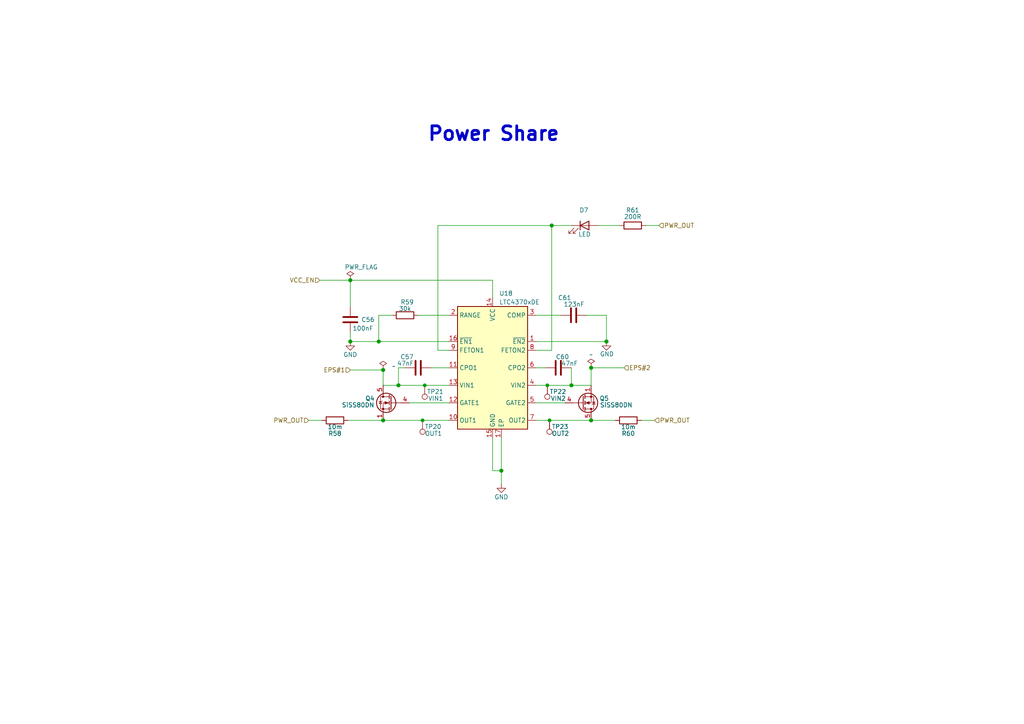
<source format=kicad_sch>
(kicad_sch (version 20211123) (generator eeschema)

  (uuid 2fea3fd4-eca3-456c-acc3-f7ff04372db3)

  (paper "A4")

  (lib_symbols
    (symbol "Connector:TestPoint" (pin_numbers hide) (pin_names (offset 0.762) hide) (in_bom yes) (on_board yes)
      (property "Reference" "TP" (id 0) (at 0 6.858 0)
        (effects (font (size 1.27 1.27)))
      )
      (property "Value" "TestPoint" (id 1) (at 0 5.08 0)
        (effects (font (size 1.27 1.27)))
      )
      (property "Footprint" "" (id 2) (at 5.08 0 0)
        (effects (font (size 1.27 1.27)) hide)
      )
      (property "Datasheet" "~" (id 3) (at 5.08 0 0)
        (effects (font (size 1.27 1.27)) hide)
      )
      (property "ki_keywords" "test point tp" (id 4) (at 0 0 0)
        (effects (font (size 1.27 1.27)) hide)
      )
      (property "ki_description" "test point" (id 5) (at 0 0 0)
        (effects (font (size 1.27 1.27)) hide)
      )
      (property "ki_fp_filters" "Pin* Test*" (id 6) (at 0 0 0)
        (effects (font (size 1.27 1.27)) hide)
      )
      (symbol "TestPoint_0_1"
        (circle (center 0 3.302) (radius 0.762)
          (stroke (width 0) (type default) (color 0 0 0 0))
          (fill (type none))
        )
      )
      (symbol "TestPoint_1_1"
        (pin passive line (at 0 0 90) (length 2.54)
          (name "1" (effects (font (size 1.27 1.27))))
          (number "1" (effects (font (size 1.27 1.27))))
        )
      )
    )
    (symbol "Device:C" (pin_numbers hide) (pin_names (offset 0.254)) (in_bom yes) (on_board yes)
      (property "Reference" "C" (id 0) (at 0.635 2.54 0)
        (effects (font (size 1.27 1.27)) (justify left))
      )
      (property "Value" "C" (id 1) (at 0.635 -2.54 0)
        (effects (font (size 1.27 1.27)) (justify left))
      )
      (property "Footprint" "" (id 2) (at 0.9652 -3.81 0)
        (effects (font (size 1.27 1.27)) hide)
      )
      (property "Datasheet" "~" (id 3) (at 0 0 0)
        (effects (font (size 1.27 1.27)) hide)
      )
      (property "ki_keywords" "cap capacitor" (id 4) (at 0 0 0)
        (effects (font (size 1.27 1.27)) hide)
      )
      (property "ki_description" "Unpolarized capacitor" (id 5) (at 0 0 0)
        (effects (font (size 1.27 1.27)) hide)
      )
      (property "ki_fp_filters" "C_*" (id 6) (at 0 0 0)
        (effects (font (size 1.27 1.27)) hide)
      )
      (symbol "C_0_1"
        (polyline
          (pts
            (xy -2.032 -0.762)
            (xy 2.032 -0.762)
          )
          (stroke (width 0.508) (type default) (color 0 0 0 0))
          (fill (type none))
        )
        (polyline
          (pts
            (xy -2.032 0.762)
            (xy 2.032 0.762)
          )
          (stroke (width 0.508) (type default) (color 0 0 0 0))
          (fill (type none))
        )
      )
      (symbol "C_1_1"
        (pin passive line (at 0 3.81 270) (length 2.794)
          (name "~" (effects (font (size 1.27 1.27))))
          (number "1" (effects (font (size 1.27 1.27))))
        )
        (pin passive line (at 0 -3.81 90) (length 2.794)
          (name "~" (effects (font (size 1.27 1.27))))
          (number "2" (effects (font (size 1.27 1.27))))
        )
      )
    )
    (symbol "Device:LED" (pin_numbers hide) (pin_names (offset 1.016) hide) (in_bom yes) (on_board yes)
      (property "Reference" "D" (id 0) (at 0 2.54 0)
        (effects (font (size 1.27 1.27)))
      )
      (property "Value" "LED" (id 1) (at 0 -2.54 0)
        (effects (font (size 1.27 1.27)))
      )
      (property "Footprint" "" (id 2) (at 0 0 0)
        (effects (font (size 1.27 1.27)) hide)
      )
      (property "Datasheet" "~" (id 3) (at 0 0 0)
        (effects (font (size 1.27 1.27)) hide)
      )
      (property "ki_keywords" "LED diode" (id 4) (at 0 0 0)
        (effects (font (size 1.27 1.27)) hide)
      )
      (property "ki_description" "Light emitting diode" (id 5) (at 0 0 0)
        (effects (font (size 1.27 1.27)) hide)
      )
      (property "ki_fp_filters" "LED* LED_SMD:* LED_THT:*" (id 6) (at 0 0 0)
        (effects (font (size 1.27 1.27)) hide)
      )
      (symbol "LED_0_1"
        (polyline
          (pts
            (xy -1.27 -1.27)
            (xy -1.27 1.27)
          )
          (stroke (width 0.254) (type default) (color 0 0 0 0))
          (fill (type none))
        )
        (polyline
          (pts
            (xy -1.27 0)
            (xy 1.27 0)
          )
          (stroke (width 0) (type default) (color 0 0 0 0))
          (fill (type none))
        )
        (polyline
          (pts
            (xy 1.27 -1.27)
            (xy 1.27 1.27)
            (xy -1.27 0)
            (xy 1.27 -1.27)
          )
          (stroke (width 0.254) (type default) (color 0 0 0 0))
          (fill (type none))
        )
        (polyline
          (pts
            (xy -3.048 -0.762)
            (xy -4.572 -2.286)
            (xy -3.81 -2.286)
            (xy -4.572 -2.286)
            (xy -4.572 -1.524)
          )
          (stroke (width 0) (type default) (color 0 0 0 0))
          (fill (type none))
        )
        (polyline
          (pts
            (xy -1.778 -0.762)
            (xy -3.302 -2.286)
            (xy -2.54 -2.286)
            (xy -3.302 -2.286)
            (xy -3.302 -1.524)
          )
          (stroke (width 0) (type default) (color 0 0 0 0))
          (fill (type none))
        )
      )
      (symbol "LED_1_1"
        (pin passive line (at -3.81 0 0) (length 2.54)
          (name "K" (effects (font (size 1.27 1.27))))
          (number "1" (effects (font (size 1.27 1.27))))
        )
        (pin passive line (at 3.81 0 180) (length 2.54)
          (name "A" (effects (font (size 1.27 1.27))))
          (number "2" (effects (font (size 1.27 1.27))))
        )
      )
    )
    (symbol "Device:R" (pin_numbers hide) (pin_names (offset 0)) (in_bom yes) (on_board yes)
      (property "Reference" "R" (id 0) (at 2.032 0 90)
        (effects (font (size 1.27 1.27)))
      )
      (property "Value" "R" (id 1) (at 0 0 90)
        (effects (font (size 1.27 1.27)))
      )
      (property "Footprint" "" (id 2) (at -1.778 0 90)
        (effects (font (size 1.27 1.27)) hide)
      )
      (property "Datasheet" "~" (id 3) (at 0 0 0)
        (effects (font (size 1.27 1.27)) hide)
      )
      (property "ki_keywords" "R res resistor" (id 4) (at 0 0 0)
        (effects (font (size 1.27 1.27)) hide)
      )
      (property "ki_description" "Resistor" (id 5) (at 0 0 0)
        (effects (font (size 1.27 1.27)) hide)
      )
      (property "ki_fp_filters" "R_*" (id 6) (at 0 0 0)
        (effects (font (size 1.27 1.27)) hide)
      )
      (symbol "R_0_1"
        (rectangle (start -1.016 -2.54) (end 1.016 2.54)
          (stroke (width 0.254) (type default) (color 0 0 0 0))
          (fill (type none))
        )
      )
      (symbol "R_1_1"
        (pin passive line (at 0 3.81 270) (length 1.27)
          (name "~" (effects (font (size 1.27 1.27))))
          (number "1" (effects (font (size 1.27 1.27))))
        )
        (pin passive line (at 0 -3.81 90) (length 1.27)
          (name "~" (effects (font (size 1.27 1.27))))
          (number "2" (effects (font (size 1.27 1.27))))
        )
      )
    )
    (symbol "Power_Management:LTC4370xDE" (in_bom yes) (on_board yes)
      (property "Reference" "U" (id 0) (at -8.89 19.05 0)
        (effects (font (size 1.27 1.27)))
      )
      (property "Value" "LTC4370xDE" (id 1) (at 7.62 19.05 0)
        (effects (font (size 1.27 1.27)))
      )
      (property "Footprint" "Package_DFN_QFN:DFN-16-1EP_3x4mm_P0.45mm_EP1.7x3.3mm" (id 2) (at 0 -22.86 0)
        (effects (font (size 1.27 1.27)) hide)
      )
      (property "Datasheet" "https://www.analog.com/media/en/technical-documentation/data-sheets/4370f.pdf" (id 3) (at 2.54 0 0)
        (effects (font (size 1.27 1.27)) hide)
      )
      (property "ki_keywords" "ideal-diode or-ing current sharing load balancing" (id 4) (at 0 0 0)
        (effects (font (size 1.27 1.27)) hide)
      )
      (property "ki_description" "OR Controller Current Sharing Controller N-Channel 2:1, DFN-16" (id 5) (at 0 0 0)
        (effects (font (size 1.27 1.27)) hide)
      )
      (property "ki_fp_filters" "DFN*1EP*3x4mm*P0.45mm*" (id 6) (at 0 0 0)
        (effects (font (size 1.27 1.27)) hide)
      )
      (symbol "LTC4370xDE_0_1"
        (rectangle (start -10.16 17.78) (end 10.16 -17.78)
          (stroke (width 0.254) (type default) (color 0 0 0 0))
          (fill (type background))
        )
      )
      (symbol "LTC4370xDE_1_1"
        (pin input line (at 12.7 7.62 180) (length 2.54)
          (name "~{EN2}" (effects (font (size 1.27 1.27))))
          (number "1" (effects (font (size 1.27 1.27))))
        )
        (pin input line (at -12.7 -15.24 0) (length 2.54)
          (name "OUT1" (effects (font (size 1.27 1.27))))
          (number "10" (effects (font (size 1.27 1.27))))
        )
        (pin passive line (at -12.7 0 0) (length 2.54)
          (name "CPO1" (effects (font (size 1.27 1.27))))
          (number "11" (effects (font (size 1.27 1.27))))
        )
        (pin output line (at -12.7 -10.16 0) (length 2.54)
          (name "GATE1" (effects (font (size 1.27 1.27))))
          (number "12" (effects (font (size 1.27 1.27))))
        )
        (pin power_in line (at -12.7 -5.08 0) (length 2.54)
          (name "VIN1" (effects (font (size 1.27 1.27))))
          (number "13" (effects (font (size 1.27 1.27))))
        )
        (pin power_in line (at 0 20.32 270) (length 2.54)
          (name "VCC" (effects (font (size 1.27 1.27))))
          (number "14" (effects (font (size 1.27 1.27))))
        )
        (pin power_in line (at 0 -20.32 90) (length 2.54)
          (name "GND" (effects (font (size 1.27 1.27))))
          (number "15" (effects (font (size 1.27 1.27))))
        )
        (pin input line (at -12.7 7.62 0) (length 2.54)
          (name "~{EN1}" (effects (font (size 1.27 1.27))))
          (number "16" (effects (font (size 1.27 1.27))))
        )
        (pin passive line (at 2.54 -20.32 90) (length 2.54)
          (name "EP" (effects (font (size 1.27 1.27))))
          (number "17" (effects (font (size 1.27 1.27))))
        )
        (pin passive line (at -12.7 15.24 0) (length 2.54)
          (name "RANGE" (effects (font (size 1.27 1.27))))
          (number "2" (effects (font (size 1.27 1.27))))
        )
        (pin passive line (at 12.7 15.24 180) (length 2.54)
          (name "COMP" (effects (font (size 1.27 1.27))))
          (number "3" (effects (font (size 1.27 1.27))))
        )
        (pin power_in line (at 12.7 -5.08 180) (length 2.54)
          (name "VIN2" (effects (font (size 1.27 1.27))))
          (number "4" (effects (font (size 1.27 1.27))))
        )
        (pin output line (at 12.7 -10.16 180) (length 2.54)
          (name "GATE2" (effects (font (size 1.27 1.27))))
          (number "5" (effects (font (size 1.27 1.27))))
        )
        (pin passive line (at 12.7 0 180) (length 2.54)
          (name "CPO2" (effects (font (size 1.27 1.27))))
          (number "6" (effects (font (size 1.27 1.27))))
        )
        (pin input line (at 12.7 -15.24 180) (length 2.54)
          (name "OUT2" (effects (font (size 1.27 1.27))))
          (number "7" (effects (font (size 1.27 1.27))))
        )
        (pin open_collector line (at 12.7 5.08 180) (length 2.54)
          (name "FETON2" (effects (font (size 1.27 1.27))))
          (number "8" (effects (font (size 1.27 1.27))))
        )
        (pin open_collector line (at -12.7 5.08 0) (length 2.54)
          (name "FETON1" (effects (font (size 1.27 1.27))))
          (number "9" (effects (font (size 1.27 1.27))))
        )
      )
    )
    (symbol "Transistor_FET:SiS454DN" (pin_names hide) (in_bom yes) (on_board yes)
      (property "Reference" "Q" (id 0) (at 5.08 1.905 0)
        (effects (font (size 1.27 1.27)) (justify left))
      )
      (property "Value" "SiS454DN" (id 1) (at 5.08 0 0)
        (effects (font (size 1.27 1.27)) (justify left))
      )
      (property "Footprint" "Package_SO:Vishay_PowerPAK_1212-8_Single" (id 2) (at 5.08 -1.905 0)
        (effects (font (size 1.27 1.27) italic) (justify left) hide)
      )
      (property "Datasheet" "https://www.vishay.com/docs/66707/sis454dn.pdf" (id 3) (at 0 0 0)
        (effects (font (size 1.27 1.27)) (justify left) hide)
      )
      (property "ki_keywords" "N-Channel MOSFET" (id 4) (at 0 0 0)
        (effects (font (size 1.27 1.27)) hide)
      )
      (property "ki_description" "35A Id, 20V Vds, N-Channel MOSFET, PowerPAK 1212-8 Single" (id 5) (at 0 0 0)
        (effects (font (size 1.27 1.27)) hide)
      )
      (property "ki_fp_filters" "Vishay*PowerPAK*1212*Single*" (id 6) (at 0 0 0)
        (effects (font (size 1.27 1.27)) hide)
      )
      (symbol "SiS454DN_0_1"
        (polyline
          (pts
            (xy 0.254 0)
            (xy -2.54 0)
          )
          (stroke (width 0) (type default) (color 0 0 0 0))
          (fill (type none))
        )
        (polyline
          (pts
            (xy 0.254 1.905)
            (xy 0.254 -1.905)
          )
          (stroke (width 0.254) (type default) (color 0 0 0 0))
          (fill (type none))
        )
        (polyline
          (pts
            (xy 0.762 -1.27)
            (xy 0.762 -2.286)
          )
          (stroke (width 0.254) (type default) (color 0 0 0 0))
          (fill (type none))
        )
        (polyline
          (pts
            (xy 0.762 0.508)
            (xy 0.762 -0.508)
          )
          (stroke (width 0.254) (type default) (color 0 0 0 0))
          (fill (type none))
        )
        (polyline
          (pts
            (xy 0.762 2.286)
            (xy 0.762 1.27)
          )
          (stroke (width 0.254) (type default) (color 0 0 0 0))
          (fill (type none))
        )
        (polyline
          (pts
            (xy 2.54 2.54)
            (xy 2.54 1.778)
          )
          (stroke (width 0) (type default) (color 0 0 0 0))
          (fill (type none))
        )
        (polyline
          (pts
            (xy 2.54 -2.54)
            (xy 2.54 0)
            (xy 0.762 0)
          )
          (stroke (width 0) (type default) (color 0 0 0 0))
          (fill (type none))
        )
        (polyline
          (pts
            (xy 0.762 -1.778)
            (xy 3.302 -1.778)
            (xy 3.302 1.778)
            (xy 0.762 1.778)
          )
          (stroke (width 0) (type default) (color 0 0 0 0))
          (fill (type none))
        )
        (polyline
          (pts
            (xy 1.016 0)
            (xy 2.032 0.381)
            (xy 2.032 -0.381)
            (xy 1.016 0)
          )
          (stroke (width 0) (type default) (color 0 0 0 0))
          (fill (type outline))
        )
        (polyline
          (pts
            (xy 2.794 0.508)
            (xy 2.921 0.381)
            (xy 3.683 0.381)
            (xy 3.81 0.254)
          )
          (stroke (width 0) (type default) (color 0 0 0 0))
          (fill (type none))
        )
        (polyline
          (pts
            (xy 3.302 0.381)
            (xy 2.921 -0.254)
            (xy 3.683 -0.254)
            (xy 3.302 0.381)
          )
          (stroke (width 0) (type default) (color 0 0 0 0))
          (fill (type none))
        )
        (circle (center 1.651 0) (radius 2.794)
          (stroke (width 0.254) (type default) (color 0 0 0 0))
          (fill (type none))
        )
        (circle (center 2.54 -1.778) (radius 0.254)
          (stroke (width 0) (type default) (color 0 0 0 0))
          (fill (type outline))
        )
        (circle (center 2.54 1.778) (radius 0.254)
          (stroke (width 0) (type default) (color 0 0 0 0))
          (fill (type outline))
        )
      )
      (symbol "SiS454DN_1_1"
        (pin passive line (at 2.54 -5.08 90) (length 2.54)
          (name "S" (effects (font (size 1.27 1.27))))
          (number "1" (effects (font (size 1.27 1.27))))
        )
        (pin passive line (at 2.54 -5.08 90) (length 2.54) hide
          (name "S" (effects (font (size 1.27 1.27))))
          (number "2" (effects (font (size 1.27 1.27))))
        )
        (pin passive line (at 2.54 -5.08 90) (length 2.54) hide
          (name "S" (effects (font (size 1.27 1.27))))
          (number "3" (effects (font (size 1.27 1.27))))
        )
        (pin input line (at -5.08 0 0) (length 2.54)
          (name "G" (effects (font (size 1.27 1.27))))
          (number "4" (effects (font (size 1.27 1.27))))
        )
        (pin passive line (at 2.54 5.08 270) (length 2.54)
          (name "D" (effects (font (size 1.27 1.27))))
          (number "5" (effects (font (size 1.27 1.27))))
        )
      )
    )
    (symbol "power:GND" (power) (pin_names (offset 0)) (in_bom yes) (on_board yes)
      (property "Reference" "#PWR" (id 0) (at 0 -6.35 0)
        (effects (font (size 1.27 1.27)) hide)
      )
      (property "Value" "GND" (id 1) (at 0 -3.81 0)
        (effects (font (size 1.27 1.27)))
      )
      (property "Footprint" "" (id 2) (at 0 0 0)
        (effects (font (size 1.27 1.27)) hide)
      )
      (property "Datasheet" "" (id 3) (at 0 0 0)
        (effects (font (size 1.27 1.27)) hide)
      )
      (property "ki_keywords" "power-flag" (id 4) (at 0 0 0)
        (effects (font (size 1.27 1.27)) hide)
      )
      (property "ki_description" "Power symbol creates a global label with name \"GND\" , ground" (id 5) (at 0 0 0)
        (effects (font (size 1.27 1.27)) hide)
      )
      (symbol "GND_0_1"
        (polyline
          (pts
            (xy 0 0)
            (xy 0 -1.27)
            (xy 1.27 -1.27)
            (xy 0 -2.54)
            (xy -1.27 -1.27)
            (xy 0 -1.27)
          )
          (stroke (width 0) (type default) (color 0 0 0 0))
          (fill (type none))
        )
      )
      (symbol "GND_1_1"
        (pin power_in line (at 0 0 270) (length 0) hide
          (name "GND" (effects (font (size 1.27 1.27))))
          (number "1" (effects (font (size 1.27 1.27))))
        )
      )
    )
    (symbol "power:PWR_FLAG" (power) (pin_numbers hide) (pin_names (offset 0) hide) (in_bom yes) (on_board yes)
      (property "Reference" "#FLG" (id 0) (at 0 1.905 0)
        (effects (font (size 1.27 1.27)) hide)
      )
      (property "Value" "PWR_FLAG" (id 1) (at 0 3.81 0)
        (effects (font (size 1.27 1.27)))
      )
      (property "Footprint" "" (id 2) (at 0 0 0)
        (effects (font (size 1.27 1.27)) hide)
      )
      (property "Datasheet" "~" (id 3) (at 0 0 0)
        (effects (font (size 1.27 1.27)) hide)
      )
      (property "ki_keywords" "power-flag" (id 4) (at 0 0 0)
        (effects (font (size 1.27 1.27)) hide)
      )
      (property "ki_description" "Special symbol for telling ERC where power comes from" (id 5) (at 0 0 0)
        (effects (font (size 1.27 1.27)) hide)
      )
      (symbol "PWR_FLAG_0_0"
        (pin power_out line (at 0 0 90) (length 0)
          (name "pwr" (effects (font (size 1.27 1.27))))
          (number "1" (effects (font (size 1.27 1.27))))
        )
      )
      (symbol "PWR_FLAG_0_1"
        (polyline
          (pts
            (xy 0 0)
            (xy 0 1.27)
            (xy -1.016 1.905)
            (xy 0 2.54)
            (xy 1.016 1.905)
            (xy 0 1.27)
          )
          (stroke (width 0) (type default) (color 0 0 0 0))
          (fill (type none))
        )
      )
    )
  )

  (junction (at 159.385 121.92) (diameter 0) (color 0 0 0 0)
    (uuid 08278bf4-f6e9-44ff-9adf-6e32e38a8a34)
  )
  (junction (at 101.6 99.06) (diameter 1.016) (color 0 0 0 0)
    (uuid 17ae423f-6f17-4fd2-aea5-d3d8c77fc776)
  )
  (junction (at 111.125 121.92) (diameter 1.016) (color 0 0 0 0)
    (uuid 1865e3cc-eab3-47af-9960-88cfba1e9259)
  )
  (junction (at 115.57 111.76) (diameter 1.016) (color 0 0 0 0)
    (uuid 557bb52d-e17c-47df-b43b-bdb1b2282920)
  )
  (junction (at 111.125 107.315) (diameter 1.016) (color 0 0 0 0)
    (uuid 7b5f62e2-70ca-4758-b159-c85e71374ff8)
  )
  (junction (at 109.855 99.06) (diameter 1.016) (color 0 0 0 0)
    (uuid 7e9e8112-44fc-4216-ac01-88d07c366d80)
  )
  (junction (at 158.75 111.76) (diameter 0) (color 0 0 0 0)
    (uuid b226a041-a7ec-42f9-8871-339a0bba8fd1)
  )
  (junction (at 123.19 111.76) (diameter 0) (color 0 0 0 0)
    (uuid bf81f6e2-ffb3-4e72-80b1-c468caaf1da9)
  )
  (junction (at 171.45 106.68) (diameter 1.016) (color 0 0 0 0)
    (uuid c1138cb6-aa60-4fae-9b51-8c58b8d505bb)
  )
  (junction (at 122.555 121.92) (diameter 0) (color 0 0 0 0)
    (uuid c7efea67-c5c9-4d4c-a7dc-1bcddab8c606)
  )
  (junction (at 101.6 81.28) (diameter 1.016) (color 0 0 0 0)
    (uuid cba8ab97-0377-43bd-bef7-6314ce99d4ae)
  )
  (junction (at 145.415 136.525) (diameter 1.016) (color 0 0 0 0)
    (uuid ce052e62-9895-4eaf-b763-02bb1f2f2fc0)
  )
  (junction (at 175.895 99.06) (diameter 1.016) (color 0 0 0 0)
    (uuid d4cd87e2-b977-4912-8c02-b958c3339182)
  )
  (junction (at 165.735 111.76) (diameter 1.016) (color 0 0 0 0)
    (uuid e2cf0e60-d46d-43a0-8c43-11f95b75bd32)
  )
  (junction (at 160.02 65.405) (diameter 1.016) (color 0 0 0 0)
    (uuid eacb8113-e0ce-4580-bfb3-1a131027d34b)
  )
  (junction (at 171.45 121.92) (diameter 1.016) (color 0 0 0 0)
    (uuid f3ba663e-8563-4c48-a8cc-72c18d8d96e8)
  )

  (wire (pts (xy 122.555 121.92) (xy 130.175 121.92))
    (stroke (width 0) (type solid) (color 0 0 0 0))
    (uuid 11acf68e-b267-4635-86b8-6f03c2c91aff)
  )
  (wire (pts (xy 101.6 96.52) (xy 101.6 99.06))
    (stroke (width 0) (type solid) (color 0 0 0 0))
    (uuid 15300c78-cac1-4acf-a248-1aea9c2f046d)
  )
  (wire (pts (xy 159.385 121.92) (xy 171.45 121.92))
    (stroke (width 0) (type solid) (color 0 0 0 0))
    (uuid 2a66cc3a-c090-4ce0-a61f-f7e30ae6a985)
  )
  (wire (pts (xy 155.575 106.68) (xy 158.115 106.68))
    (stroke (width 0) (type solid) (color 0 0 0 0))
    (uuid 321c3fc1-b22a-4f81-8032-1403298881b3)
  )
  (wire (pts (xy 165.735 106.68) (xy 165.735 111.76))
    (stroke (width 0) (type solid) (color 0 0 0 0))
    (uuid 358ae2b4-d39f-4313-8e8c-470a49c25681)
  )
  (wire (pts (xy 145.415 127) (xy 145.415 136.525))
    (stroke (width 0) (type solid) (color 0 0 0 0))
    (uuid 3a1f31d4-33bc-4227-ab03-87b9ec2cbe94)
  )
  (wire (pts (xy 145.415 136.525) (xy 145.415 140.335))
    (stroke (width 0) (type solid) (color 0 0 0 0))
    (uuid 3a1f31d4-33bc-4227-ab03-87b9ec2cbe95)
  )
  (wire (pts (xy 142.875 127) (xy 142.875 136.525))
    (stroke (width 0) (type solid) (color 0 0 0 0))
    (uuid 3b4a9caa-dc7b-4e2e-b2b0-90e7a81fe3fb)
  )
  (wire (pts (xy 115.57 106.68) (xy 115.57 111.76))
    (stroke (width 0) (type solid) (color 0 0 0 0))
    (uuid 43a23b2b-f932-4397-9c49-6a5c30c97413)
  )
  (wire (pts (xy 123.19 111.76) (xy 130.175 111.76))
    (stroke (width 0) (type solid) (color 0 0 0 0))
    (uuid 4d271c30-63f0-4082-8f97-4aaca832b92e)
  )
  (wire (pts (xy 127 101.6) (xy 127 65.405))
    (stroke (width 0) (type solid) (color 0 0 0 0))
    (uuid 5a5180e7-058f-4bb5-b0b4-ba1588e8a909)
  )
  (wire (pts (xy 130.175 101.6) (xy 127 101.6))
    (stroke (width 0) (type solid) (color 0 0 0 0))
    (uuid 5a5180e7-058f-4bb5-b0b4-ba1588e8a90a)
  )
  (wire (pts (xy 100.965 121.92) (xy 111.125 121.92))
    (stroke (width 0) (type solid) (color 0 0 0 0))
    (uuid 5c6c1697-d2e0-4a82-99b3-7a618c8827c3)
  )
  (wire (pts (xy 111.125 121.92) (xy 122.555 121.92))
    (stroke (width 0) (type solid) (color 0 0 0 0))
    (uuid 5c6c1697-d2e0-4a82-99b3-7a618c8827c4)
  )
  (wire (pts (xy 155.575 91.44) (xy 162.56 91.44))
    (stroke (width 0) (type solid) (color 0 0 0 0))
    (uuid 5daf77da-b4e9-4deb-a921-8bcf8f87a599)
  )
  (wire (pts (xy 173.355 65.405) (xy 179.705 65.405))
    (stroke (width 0) (type solid) (color 0 0 0 0))
    (uuid 5f7b8b2a-566c-49be-a5f6-0f2ec6835f49)
  )
  (wire (pts (xy 125.095 106.68) (xy 130.175 106.68))
    (stroke (width 0) (type solid) (color 0 0 0 0))
    (uuid 6e5cbb8d-b7f7-4819-b76c-658f0b1d3cfd)
  )
  (wire (pts (xy 101.6 81.28) (xy 142.875 81.28))
    (stroke (width 0) (type solid) (color 0 0 0 0))
    (uuid 82d80e64-058a-4fbe-bd4a-161d76b6630c)
  )
  (wire (pts (xy 101.6 88.9) (xy 101.6 81.28))
    (stroke (width 0) (type solid) (color 0 0 0 0))
    (uuid 82d80e64-058a-4fbe-bd4a-161d76b6630d)
  )
  (wire (pts (xy 186.055 121.92) (xy 189.865 121.92))
    (stroke (width 0) (type solid) (color 0 0 0 0))
    (uuid 8ef31014-c534-4826-8fee-a20c34bc77de)
  )
  (wire (pts (xy 165.735 65.405) (xy 160.02 65.405))
    (stroke (width 0) (type solid) (color 0 0 0 0))
    (uuid 9353fa21-7e96-4086-b175-fb2a1e911709)
  )
  (wire (pts (xy 121.285 91.44) (xy 130.175 91.44))
    (stroke (width 0) (type solid) (color 0 0 0 0))
    (uuid 93863061-216d-41c3-9afc-e391c40acd06)
  )
  (wire (pts (xy 180.975 106.68) (xy 171.45 106.68))
    (stroke (width 0) (type solid) (color 0 0 0 0))
    (uuid 99755dbb-9003-4bba-893a-d14708584fcf)
  )
  (wire (pts (xy 101.6 99.06) (xy 109.855 99.06))
    (stroke (width 0) (type solid) (color 0 0 0 0))
    (uuid 9979c2aa-e757-491a-8c78-340bc08424f0)
  )
  (wire (pts (xy 142.875 136.525) (xy 145.415 136.525))
    (stroke (width 0) (type solid) (color 0 0 0 0))
    (uuid 9d76852f-8a6b-42ef-a9dc-e7e4f3b042cb)
  )
  (wire (pts (xy 109.855 91.44) (xy 109.855 99.06))
    (stroke (width 0) (type solid) (color 0 0 0 0))
    (uuid a37118e8-d843-457a-a79f-f277e827b176)
  )
  (wire (pts (xy 109.855 99.06) (xy 130.175 99.06))
    (stroke (width 0) (type solid) (color 0 0 0 0))
    (uuid a37118e8-d843-457a-a79f-f277e827b177)
  )
  (wire (pts (xy 113.665 91.44) (xy 109.855 91.44))
    (stroke (width 0) (type solid) (color 0 0 0 0))
    (uuid a37118e8-d843-457a-a79f-f277e827b178)
  )
  (wire (pts (xy 187.325 65.405) (xy 191.135 65.405))
    (stroke (width 0) (type solid) (color 0 0 0 0))
    (uuid ab05231b-ad2a-4d83-a20f-22d728d44de6)
  )
  (wire (pts (xy 111.125 107.315) (xy 111.125 111.76))
    (stroke (width 0) (type solid) (color 0 0 0 0))
    (uuid acf55831-8b38-46a4-8c4a-0d417568a7d8)
  )
  (wire (pts (xy 142.875 86.36) (xy 142.875 81.28))
    (stroke (width 0) (type solid) (color 0 0 0 0))
    (uuid b14f2a9a-d3bb-4e86-b583-08285da827ee)
  )
  (wire (pts (xy 155.575 99.06) (xy 175.895 99.06))
    (stroke (width 0) (type solid) (color 0 0 0 0))
    (uuid b292fb52-6cf0-46cc-9b93-016425ff7080)
  )
  (wire (pts (xy 117.475 106.68) (xy 115.57 106.68))
    (stroke (width 0) (type solid) (color 0 0 0 0))
    (uuid b2ca5036-395e-44a5-ad45-e3edad20198a)
  )
  (wire (pts (xy 118.745 116.84) (xy 130.175 116.84))
    (stroke (width 0) (type solid) (color 0 0 0 0))
    (uuid bd949ea8-5a40-473d-be33-cfbdfe83f36f)
  )
  (wire (pts (xy 170.18 91.44) (xy 175.895 91.44))
    (stroke (width 0) (type solid) (color 0 0 0 0))
    (uuid c3eae586-c7fc-4357-acc6-9fa53de3fa71)
  )
  (wire (pts (xy 175.895 91.44) (xy 175.895 99.06))
    (stroke (width 0) (type solid) (color 0 0 0 0))
    (uuid c3eae586-c7fc-4357-acc6-9fa53de3fa72)
  )
  (wire (pts (xy 101.6 107.315) (xy 111.125 107.315))
    (stroke (width 0) (type solid) (color 0 0 0 0))
    (uuid c50d297c-c1bd-405c-8309-919ea05d2f65)
  )
  (wire (pts (xy 93.345 121.92) (xy 89.535 121.92))
    (stroke (width 0) (type solid) (color 0 0 0 0))
    (uuid c54615ad-d7cf-4160-92f4-49ea5a14b8f6)
  )
  (wire (pts (xy 111.125 111.76) (xy 115.57 111.76))
    (stroke (width 0) (type solid) (color 0 0 0 0))
    (uuid d7ab8398-447c-43b1-b3bc-83ace0a24285)
  )
  (wire (pts (xy 115.57 111.76) (xy 123.19 111.76))
    (stroke (width 0) (type solid) (color 0 0 0 0))
    (uuid d7ab8398-447c-43b1-b3bc-83ace0a24286)
  )
  (wire (pts (xy 155.575 101.6) (xy 160.02 101.6))
    (stroke (width 0) (type solid) (color 0 0 0 0))
    (uuid db0662e3-a04a-464a-8087-6a6fd89d6467)
  )
  (wire (pts (xy 160.02 65.405) (xy 127 65.405))
    (stroke (width 0) (type solid) (color 0 0 0 0))
    (uuid db0662e3-a04a-464a-8087-6a6fd89d6468)
  )
  (wire (pts (xy 160.02 101.6) (xy 160.02 65.405))
    (stroke (width 0) (type solid) (color 0 0 0 0))
    (uuid db0662e3-a04a-464a-8087-6a6fd89d6469)
  )
  (wire (pts (xy 155.575 111.76) (xy 158.75 111.76))
    (stroke (width 0) (type solid) (color 0 0 0 0))
    (uuid e002972f-c1db-4644-85c4-55672037a657)
  )
  (wire (pts (xy 165.735 111.76) (xy 171.45 111.76))
    (stroke (width 0) (type solid) (color 0 0 0 0))
    (uuid e002972f-c1db-4644-85c4-55672037a658)
  )
  (wire (pts (xy 92.71 81.28) (xy 101.6 81.28))
    (stroke (width 0) (type solid) (color 0 0 0 0))
    (uuid e34d454f-c60d-42a3-a151-2103ea267148)
  )
  (wire (pts (xy 171.45 106.68) (xy 171.45 111.76))
    (stroke (width 0) (type solid) (color 0 0 0 0))
    (uuid ebc26132-88d1-40c0-abf8-0cd245ef422b)
  )
  (wire (pts (xy 155.575 116.84) (xy 163.83 116.84))
    (stroke (width 0) (type solid) (color 0 0 0 0))
    (uuid ed4495a5-66e2-48b5-9929-b91130bf244e)
  )
  (wire (pts (xy 155.575 121.92) (xy 159.385 121.92))
    (stroke (width 0) (type solid) (color 0 0 0 0))
    (uuid fa55f18e-7f67-4861-bd6e-e6bb153ea2cb)
  )
  (wire (pts (xy 171.45 121.92) (xy 178.435 121.92))
    (stroke (width 0) (type solid) (color 0 0 0 0))
    (uuid fa55f18e-7f67-4861-bd6e-e6bb153ea2cc)
  )
  (wire (pts (xy 158.75 111.76) (xy 165.735 111.76))
    (stroke (width 0) (type solid) (color 0 0 0 0))
    (uuid fcb4d5e4-47ec-4be4-9a81-c261c8e6d062)
  )

  (text "Power Share" (at 123.825 41.275 0)
    (effects (font (size 4 4) (thickness 0.8) bold) (justify left bottom))
    (uuid f12f9177-daaa-4d26-9876-f2af60b27492)
  )

  (hierarchical_label "VCC_EN" (shape input) (at 92.71 81.28 180)
    (effects (font (size 1.27 1.27)) (justify right))
    (uuid 01531d62-ea5b-4514-b251-4e14eb2294a5)
  )
  (hierarchical_label "PWR_OUT" (shape input) (at 89.535 121.92 180)
    (effects (font (size 1.27 1.27)) (justify right))
    (uuid 32f2ea97-3b5d-4b13-b59c-d470bb5f701e)
  )
  (hierarchical_label "PWR_OUT" (shape input) (at 189.865 121.92 0)
    (effects (font (size 1.27 1.27)) (justify left))
    (uuid 42b803df-e3e3-47f1-abf1-d1243ccbb9e2)
  )
  (hierarchical_label "PWR_OUT" (shape input) (at 191.135 65.405 0)
    (effects (font (size 1.27 1.27)) (justify left))
    (uuid b609a8d0-0802-4762-9183-f4da6101cc9b)
  )
  (hierarchical_label "EPS#2" (shape input) (at 180.975 106.68 0)
    (effects (font (size 1.27 1.27)) (justify left))
    (uuid c46bc12c-424d-421c-b02f-6d8c1cbb65c2)
  )
  (hierarchical_label "EPS#1" (shape input) (at 101.6 107.315 180)
    (effects (font (size 1.27 1.27)) (justify right))
    (uuid d92476d0-9759-4944-99bd-7c11a2528abb)
  )

  (symbol (lib_id "Transistor_FET:SiS454DN") (at 113.665 116.84 0) (mirror y)
    (in_bom yes) (on_board yes)
    (uuid 1231c43f-14ca-47cc-9675-e5654a66914e)
    (property "Reference" "Q4" (id 0) (at 107.315 115.57 0))
    (property "Value" "SiSS80DN" (id 1) (at 108.585 117.475 0)
      (effects (font (size 1.27 1.27)) (justify left))
    )
    (property "Footprint" "Package_SO:Vishay_PowerPAK_1212-8_Single" (id 2) (at 108.585 118.745 0)
      (effects (font (size 1.27 1.27) italic) (justify left) hide)
    )
    (property "Datasheet" "https://www.vishay.com/docs/66707/sis454dn.pdf" (id 3) (at 113.665 116.84 0)
      (effects (font (size 1.27 1.27)) (justify left) hide)
    )
    (pin "1" (uuid 44bc5832-053e-418c-881c-29fee48e7b81))
    (pin "2" (uuid b9eb8bdd-2d5e-43b5-a1d2-7234d0e22a48))
    (pin "3" (uuid a143eee7-36e4-4513-899e-68801f936d74))
    (pin "4" (uuid bbd01e7b-2b1f-405e-863c-19a7db076e73))
    (pin "5" (uuid 435bbab1-1502-405d-a6dd-79d0841cd662))
  )

  (symbol (lib_id "Transistor_FET:SiS454DN") (at 168.91 116.84 0) (mirror x)
    (in_bom yes) (on_board yes)
    (uuid 17ddf7e8-eb96-4a18-9066-e11ac3a15cf4)
    (property "Reference" "Q5" (id 0) (at 175.26 115.57 0))
    (property "Value" "SiSS80DN" (id 1) (at 173.99 117.475 0)
      (effects (font (size 1.27 1.27)) (justify left))
    )
    (property "Footprint" "Package_SO:Vishay_PowerPAK_1212-8_Single" (id 2) (at 173.99 114.935 0)
      (effects (font (size 1.27 1.27) italic) (justify left) hide)
    )
    (property "Datasheet" "https://www.vishay.com/docs/66707/sis454dn.pdf" (id 3) (at 168.91 116.84 0)
      (effects (font (size 1.27 1.27)) (justify left) hide)
    )
    (pin "1" (uuid 8b2905cd-6fb7-4442-8990-2741199458cd))
    (pin "2" (uuid b5569d73-0f9c-4a4a-8516-d05cc00134d6))
    (pin "3" (uuid 05c9a1d7-5317-495d-8a84-66f86a0501b0))
    (pin "4" (uuid 4fb88fa6-a5b9-4ef9-9e4a-079336b252de))
    (pin "5" (uuid b2606725-5817-4b4f-bbb6-aef61bc922d2))
  )

  (symbol (lib_id "Device:R") (at 117.475 91.44 90)
    (in_bom yes) (on_board yes)
    (uuid 192c29fe-4174-40bd-a33c-5a56fe839628)
    (property "Reference" "R59" (id 0) (at 118.11 87.63 90))
    (property "Value" "30k" (id 1) (at 117.475 89.535 90))
    (property "Footprint" "Resistor_SMD:R_0603_1608Metric" (id 2) (at 117.475 93.218 90)
      (effects (font (size 1.27 1.27)) hide)
    )
    (property "Datasheet" "~" (id 3) (at 117.475 91.44 0)
      (effects (font (size 1.27 1.27)) hide)
    )
    (pin "1" (uuid 8725755b-f694-4a2f-887b-6a2d2309295f))
    (pin "2" (uuid 2982ebac-034f-4118-a272-f8166ed73bfc))
  )

  (symbol (lib_id "Device:C") (at 166.37 91.44 90)
    (in_bom yes) (on_board yes)
    (uuid 1a676e0a-4012-4c1c-9ef1-562c2faae053)
    (property "Reference" "C61" (id 0) (at 165.7349 86.36 90)
      (effects (font (size 1.27 1.27)) (justify left))
    )
    (property "Value" "123nF" (id 1) (at 169.545 88.265 90)
      (effects (font (size 1.27 1.27)) (justify left))
    )
    (property "Footprint" "Capacitor_SMD:C_0603_1608Metric" (id 2) (at 170.18 90.4748 0)
      (effects (font (size 1.27 1.27)) hide)
    )
    (property "Datasheet" "~" (id 3) (at 166.37 91.44 0)
      (effects (font (size 1.27 1.27)) hide)
    )
    (pin "1" (uuid 569428b6-6b89-453c-a7e3-00a314ffeb05))
    (pin "2" (uuid c01e21ae-a884-45e9-b1c4-c6b9c91c8ef1))
  )

  (symbol (lib_id "Connector:TestPoint") (at 159.385 121.92 180)
    (in_bom yes) (on_board yes)
    (uuid 304f25fe-e38d-4377-b8f1-26289354f05c)
    (property "Reference" "TP23" (id 0) (at 160.02 123.7614 0)
      (effects (font (size 1.27 1.27)) (justify right))
    )
    (property "Value" "OUT2" (id 1) (at 162.56 125.73 0))
    (property "Footprint" "" (id 2) (at 154.305 121.92 0)
      (effects (font (size 1.27 1.27)) hide)
    )
    (property "Datasheet" "~" (id 3) (at 154.305 121.92 0)
      (effects (font (size 1.27 1.27)) hide)
    )
    (pin "1" (uuid 358414db-7f31-4504-a43d-29c53be1cc33))
  )

  (symbol (lib_id "Device:C") (at 101.6 92.71 0)
    (in_bom yes) (on_board yes)
    (uuid 3ae5819c-1841-4d9f-b404-6f1058ae3a5f)
    (property "Reference" "C56" (id 0) (at 104.775 92.7099 0)
      (effects (font (size 1.27 1.27)) (justify left))
    )
    (property "Value" "100nF" (id 1) (at 102.235 95.25 0)
      (effects (font (size 1.27 1.27)) (justify left))
    )
    (property "Footprint" "Capacitor_SMD:C_0603_1608Metric" (id 2) (at 102.5652 96.52 0)
      (effects (font (size 1.27 1.27)) hide)
    )
    (property "Datasheet" "~" (id 3) (at 101.6 92.71 0)
      (effects (font (size 1.27 1.27)) hide)
    )
    (pin "1" (uuid e9c5edea-5a0a-4745-9e80-06955b088c82))
    (pin "2" (uuid db4e97fb-f3bf-47e9-8d69-566d33c4b080))
  )

  (symbol (lib_id "Device:R") (at 183.515 65.405 90)
    (in_bom yes) (on_board yes)
    (uuid 441d5e74-e8de-413e-8e56-906f5a5e6c53)
    (property "Reference" "R61" (id 0) (at 183.515 60.96 90))
    (property "Value" "200R" (id 1) (at 183.515 62.865 90))
    (property "Footprint" "Inductor_SMD:L_0603_1608Metric" (id 2) (at 183.515 67.183 90)
      (effects (font (size 1.27 1.27)) hide)
    )
    (property "Datasheet" "~" (id 3) (at 183.515 65.405 0)
      (effects (font (size 1.27 1.27)) hide)
    )
    (pin "1" (uuid 44acb54c-aef3-4955-9bfb-226f108adaca))
    (pin "2" (uuid 290d39a1-878e-4b3a-b8a2-66f72bdaf90c))
  )

  (symbol (lib_id "Connector:TestPoint") (at 122.555 121.92 180)
    (in_bom yes) (on_board yes)
    (uuid 4be1be59-191f-4e68-88ec-9dc9ef6dd51c)
    (property "Reference" "TP20" (id 0) (at 123.19 123.7614 0)
      (effects (font (size 1.27 1.27)) (justify right))
    )
    (property "Value" "OUT1" (id 1) (at 125.73 125.73 0))
    (property "Footprint" "" (id 2) (at 117.475 121.92 0)
      (effects (font (size 1.27 1.27)) hide)
    )
    (property "Datasheet" "~" (id 3) (at 117.475 121.92 0)
      (effects (font (size 1.27 1.27)) hide)
    )
    (pin "1" (uuid f14bb4ef-adf9-49ab-b66a-2279de964e58))
  )

  (symbol (lib_id "power:GND") (at 101.6 99.06 0)
    (in_bom yes) (on_board yes) (fields_autoplaced)
    (uuid 53e26ade-bd9c-4446-97fa-2670d06dcf2a)
    (property "Reference" "#PWR0193" (id 0) (at 101.6 105.41 0)
      (effects (font (size 1.27 1.27)) hide)
    )
    (property "Value" "GND" (id 1) (at 101.6 102.87 0))
    (property "Footprint" "" (id 2) (at 101.6 99.06 0)
      (effects (font (size 1.27 1.27)) hide)
    )
    (property "Datasheet" "" (id 3) (at 101.6 99.06 0)
      (effects (font (size 1.27 1.27)) hide)
    )
    (pin "1" (uuid 301e46f8-986b-4ee7-a186-8a726ddb27d6))
  )

  (symbol (lib_id "power:PWR_FLAG") (at 101.6 81.28 0)
    (in_bom yes) (on_board yes)
    (uuid 71b2073a-7077-427a-8045-1bf51c525599)
    (property "Reference" "#FLG0108" (id 0) (at 101.6 79.375 0)
      (effects (font (size 1.27 1.27)) hide)
    )
    (property "Value" "PWR_FLAG" (id 1) (at 104.775 77.47 0))
    (property "Footprint" "" (id 2) (at 101.6 81.28 0)
      (effects (font (size 1.27 1.27)) hide)
    )
    (property "Datasheet" "~" (id 3) (at 101.6 81.28 0)
      (effects (font (size 1.27 1.27)) hide)
    )
    (pin "1" (uuid 4a86ef53-4bf3-4943-b88b-4adc3c065b6a))
  )

  (symbol (lib_id "Device:R") (at 97.155 121.92 90)
    (in_bom yes) (on_board yes)
    (uuid 7668c40f-9ef7-464e-ae85-6d281af3ee93)
    (property "Reference" "R58" (id 0) (at 97.155 125.73 90))
    (property "Value" "10m" (id 1) (at 97.155 123.825 90))
    (property "Footprint" "Resistor_SMD:R_0603_1608Metric" (id 2) (at 97.155 123.698 90)
      (effects (font (size 1.27 1.27)) hide)
    )
    (property "Datasheet" "~" (id 3) (at 97.155 121.92 0)
      (effects (font (size 1.27 1.27)) hide)
    )
    (pin "1" (uuid fa5be791-d545-47c7-a098-6d6be824a2d2))
    (pin "2" (uuid e2e30088-4507-4117-b87a-0702e7155cbd))
  )

  (symbol (lib_id "Device:C") (at 161.925 106.68 90)
    (in_bom yes) (on_board yes)
    (uuid 79928b8a-8bc5-48fe-8c09-b41a51726282)
    (property "Reference" "C60" (id 0) (at 165.0999 103.505 90)
      (effects (font (size 1.27 1.27)) (justify left))
    )
    (property "Value" "47nF" (id 1) (at 167.64 105.41 90)
      (effects (font (size 1.27 1.27)) (justify left))
    )
    (property "Footprint" "Capacitor_SMD:C_0603_1608Metric" (id 2) (at 165.735 105.7148 0)
      (effects (font (size 1.27 1.27)) hide)
    )
    (property "Datasheet" "~" (id 3) (at 161.925 106.68 0)
      (effects (font (size 1.27 1.27)) hide)
    )
    (pin "1" (uuid da5518c0-b9ae-4414-8e48-cfa4dc548d29))
    (pin "2" (uuid 59762512-e44e-43ba-9f24-0a9361736925))
  )

  (symbol (lib_id "power:GND") (at 175.895 99.06 0)
    (in_bom yes) (on_board yes)
    (uuid 92aa3ac5-461e-4a43-803d-9ee73ccf5438)
    (property "Reference" "#PWR0195" (id 0) (at 175.895 105.41 0)
      (effects (font (size 1.27 1.27)) hide)
    )
    (property "Value" "GND" (id 1) (at 173.99 102.6794 0)
      (effects (font (size 1.27 1.27)) (justify left))
    )
    (property "Footprint" "" (id 2) (at 175.895 99.06 0)
      (effects (font (size 1.27 1.27)) hide)
    )
    (property "Datasheet" "" (id 3) (at 175.895 99.06 0)
      (effects (font (size 1.27 1.27)) hide)
    )
    (pin "1" (uuid a5fc5832-38e9-4307-adff-d71be9d1e614))
  )

  (symbol (lib_id "power:PWR_FLAG") (at 111.125 107.315 0)
    (in_bom yes) (on_board yes) (fields_autoplaced)
    (uuid 9e489abf-02a5-4f2c-b016-3c37c8428006)
    (property "Reference" "#FLG0107" (id 0) (at 111.125 105.41 0)
      (effects (font (size 1.27 1.27)) hide)
    )
    (property "Value" "~" (id 1) (at 113.665 106.2354 0)
      (effects (font (size 1.27 1.27)) (justify left))
    )
    (property "Footprint" "" (id 2) (at 111.125 107.315 0)
      (effects (font (size 1.27 1.27)) hide)
    )
    (property "Datasheet" "~" (id 3) (at 111.125 107.315 0)
      (effects (font (size 1.27 1.27)) hide)
    )
    (pin "1" (uuid 3fd19c28-e650-4421-8314-c2a0e3c79d84))
  )

  (symbol (lib_id "Device:R") (at 182.245 121.92 270)
    (in_bom yes) (on_board yes)
    (uuid b52e8e8e-da58-4f75-bc39-6f4fede7a32c)
    (property "Reference" "R60" (id 0) (at 182.245 125.73 90))
    (property "Value" "10m" (id 1) (at 182.245 123.825 90))
    (property "Footprint" "Resistor_SMD:R_0603_1608Metric" (id 2) (at 182.245 120.142 90)
      (effects (font (size 1.27 1.27)) hide)
    )
    (property "Datasheet" "~" (id 3) (at 182.245 121.92 0)
      (effects (font (size 1.27 1.27)) hide)
    )
    (pin "1" (uuid 94592f66-6160-443d-adfd-cfd6a759a9da))
    (pin "2" (uuid 3e2a0515-2f06-450a-85a2-46642dd6bcf9))
  )

  (symbol (lib_id "power:PWR_FLAG") (at 171.45 106.68 0)
    (in_bom yes) (on_board yes) (fields_autoplaced)
    (uuid c6054f26-cf31-40c9-8cfb-713768c32b4a)
    (property "Reference" "#FLG0109" (id 0) (at 171.45 104.775 0)
      (effects (font (size 1.27 1.27)) hide)
    )
    (property "Value" "~" (id 1) (at 171.45 102.87 0))
    (property "Footprint" "" (id 2) (at 171.45 106.68 0)
      (effects (font (size 1.27 1.27)) hide)
    )
    (property "Datasheet" "~" (id 3) (at 171.45 106.68 0)
      (effects (font (size 1.27 1.27)) hide)
    )
    (pin "1" (uuid f9c42411-0d7a-4f8f-9739-c423c9a80a13))
  )

  (symbol (lib_id "Connector:TestPoint") (at 123.19 111.76 180)
    (in_bom yes) (on_board yes)
    (uuid cac0bb29-d39d-4fdc-b6eb-30f19a995d23)
    (property "Reference" "TP21" (id 0) (at 123.825 113.6014 0)
      (effects (font (size 1.27 1.27)) (justify right))
    )
    (property "Value" "VIN1" (id 1) (at 126.365 115.57 0))
    (property "Footprint" "" (id 2) (at 118.11 111.76 0)
      (effects (font (size 1.27 1.27)) hide)
    )
    (property "Datasheet" "~" (id 3) (at 118.11 111.76 0)
      (effects (font (size 1.27 1.27)) hide)
    )
    (pin "1" (uuid 9f74662d-407f-4bdb-b94d-ea07a7be9030))
  )

  (symbol (lib_id "Device:LED") (at 169.545 65.405 0)
    (in_bom yes) (on_board yes) (fields_autoplaced)
    (uuid cdfa9e5f-661f-4cfc-ac79-74c1592e7e47)
    (property "Reference" "D7" (id 0) (at 169.3545 60.96 0))
    (property "Value" "LED" (id 1) (at 169.545 67.945 0))
    (property "Footprint" "LED_SMD:LED_0603_1608Metric" (id 2) (at 169.545 65.405 0)
      (effects (font (size 1.27 1.27)) hide)
    )
    (property "Datasheet" "~" (id 3) (at 169.545 65.405 0)
      (effects (font (size 1.27 1.27)) hide)
    )
    (pin "1" (uuid e27922c5-54d6-4dfc-8bf9-c9a7e8dd0f99))
    (pin "2" (uuid 0e1ca2d1-204e-4531-b099-37bd11b2c827))
  )

  (symbol (lib_id "Connector:TestPoint") (at 158.75 111.76 180)
    (in_bom yes) (on_board yes)
    (uuid d8d04eb0-7ed8-4205-bb00-15d7a4a02a43)
    (property "Reference" "TP22" (id 0) (at 159.385 113.6014 0)
      (effects (font (size 1.27 1.27)) (justify right))
    )
    (property "Value" "VIN2" (id 1) (at 161.925 115.57 0))
    (property "Footprint" "" (id 2) (at 153.67 111.76 0)
      (effects (font (size 1.27 1.27)) hide)
    )
    (property "Datasheet" "~" (id 3) (at 153.67 111.76 0)
      (effects (font (size 1.27 1.27)) hide)
    )
    (pin "1" (uuid ce454572-5eb0-4a99-9545-c9ff677ced47))
  )

  (symbol (lib_id "Power_Management:LTC4370xDE") (at 142.875 106.68 0)
    (in_bom yes) (on_board yes)
    (uuid dd4673e5-88b8-4bb8-94af-40b6837b93f2)
    (property "Reference" "U18" (id 0) (at 144.7799 85.09 0)
      (effects (font (size 1.27 1.27)) (justify left))
    )
    (property "Value" "LTC4370xDE" (id 1) (at 144.7799 87.63 0)
      (effects (font (size 1.27 1.27)) (justify left))
    )
    (property "Footprint" "Package_DFN_QFN:DFN-16-1EP_3x4mm_P0.45mm_EP1.7x3.3mm" (id 2) (at 142.875 129.54 0)
      (effects (font (size 1.27 1.27)) hide)
    )
    (property "Datasheet" "https://www.analog.com/media/en/technical-documentation/data-sheets/4370f.pdf" (id 3) (at 145.415 106.68 0)
      (effects (font (size 1.27 1.27)) hide)
    )
    (pin "1" (uuid d97b5845-6644-447c-9f78-313a474e567e))
    (pin "10" (uuid 4699edcb-402f-4b11-823b-a2598fcc1e17))
    (pin "11" (uuid 3368814b-69c3-43c4-8b48-94a0e9dfcc05))
    (pin "12" (uuid 79dea831-7c3f-4f5a-9e5a-aab50653a2ec))
    (pin "13" (uuid 7468d397-4905-4271-9729-c2cf02e871be))
    (pin "14" (uuid ee42bd39-9554-4f7d-9688-e80e94160b82))
    (pin "15" (uuid 04c0cfd2-8aa1-446e-b61d-4657d98aacf1))
    (pin "16" (uuid 90547126-2f75-48ed-be57-12027c91d2f5))
    (pin "17" (uuid 2722d822-e984-4839-9a17-821c271fad33))
    (pin "2" (uuid 5bfdb129-6728-4e75-baed-b56d0a904691))
    (pin "3" (uuid 9a020aea-722a-4316-9950-7f8a1331f76a))
    (pin "4" (uuid d96954d4-1ac0-49ae-981e-bc5a8df27424))
    (pin "5" (uuid 8c70192e-a570-4756-860c-b654efea20f7))
    (pin "6" (uuid 80050a10-235f-4950-ad32-8cba11cde28f))
    (pin "7" (uuid 2596dd50-a555-4184-b224-c00f3e840a09))
    (pin "8" (uuid 5b6ceab7-fa0a-4bde-ac3e-3f4561603dd3))
    (pin "9" (uuid 76fa91d8-4121-49d1-a4a2-a09b4e76314f))
  )

  (symbol (lib_id "power:GND") (at 145.415 140.335 0)
    (in_bom yes) (on_board yes) (fields_autoplaced)
    (uuid dec39de5-aafc-441f-a04c-fb269706ed95)
    (property "Reference" "#PWR0194" (id 0) (at 145.415 146.685 0)
      (effects (font (size 1.27 1.27)) hide)
    )
    (property "Value" "GND" (id 1) (at 145.415 144.145 0))
    (property "Footprint" "" (id 2) (at 145.415 140.335 0)
      (effects (font (size 1.27 1.27)) hide)
    )
    (property "Datasheet" "" (id 3) (at 145.415 140.335 0)
      (effects (font (size 1.27 1.27)) hide)
    )
    (pin "1" (uuid a2c685c6-fed9-4e05-87bc-737a46811c9e))
  )

  (symbol (lib_id "Device:C") (at 121.285 106.68 90)
    (in_bom yes) (on_board yes)
    (uuid e0e8a56c-3d12-4e7d-a385-ce2224df7688)
    (property "Reference" "C57" (id 0) (at 120.0149 103.505 90)
      (effects (font (size 1.27 1.27)) (justify left))
    )
    (property "Value" "47nF" (id 1) (at 120.015 105.41 90)
      (effects (font (size 1.27 1.27)) (justify left))
    )
    (property "Footprint" "Capacitor_SMD:C_0603_1608Metric" (id 2) (at 125.095 105.7148 0)
      (effects (font (size 1.27 1.27)) hide)
    )
    (property "Datasheet" "~" (id 3) (at 121.285 106.68 0)
      (effects (font (size 1.27 1.27)) hide)
    )
    (pin "1" (uuid 5cd32f1e-f5ac-4768-9842-c970a8cb94d8))
    (pin "2" (uuid c61c5036-a388-4e71-b8e1-6c571b624608))
  )
)

</source>
